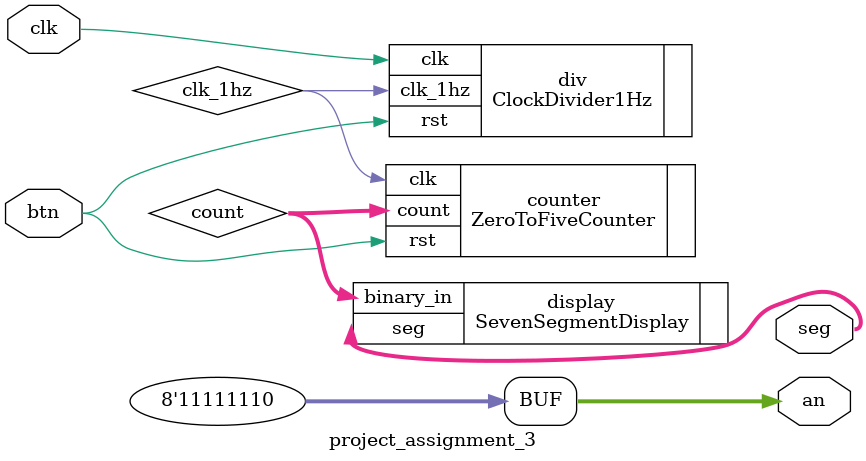
<source format=v>



module project_assignment_3 (
    input clk,
    input btn,
    output [6:0] seg,
    output [7:0] an
);

wire clk_1hz;
wire [3:0] count;

assign an = 8'b11111110; // only enable first display


ClockDivider1Hz div (
    .clk(clk),
    .rst(btn),       // optionally reset the divider too
    .clk_1hz(clk_1hz)
);

ZeroToFiveCounter counter (
    .clk(clk_1hz),
    .rst(btn),
    .count(count)
);

SevenSegmentDisplay display (
    .binary_in(count),
    .seg(seg)
);


endmodule

</source>
